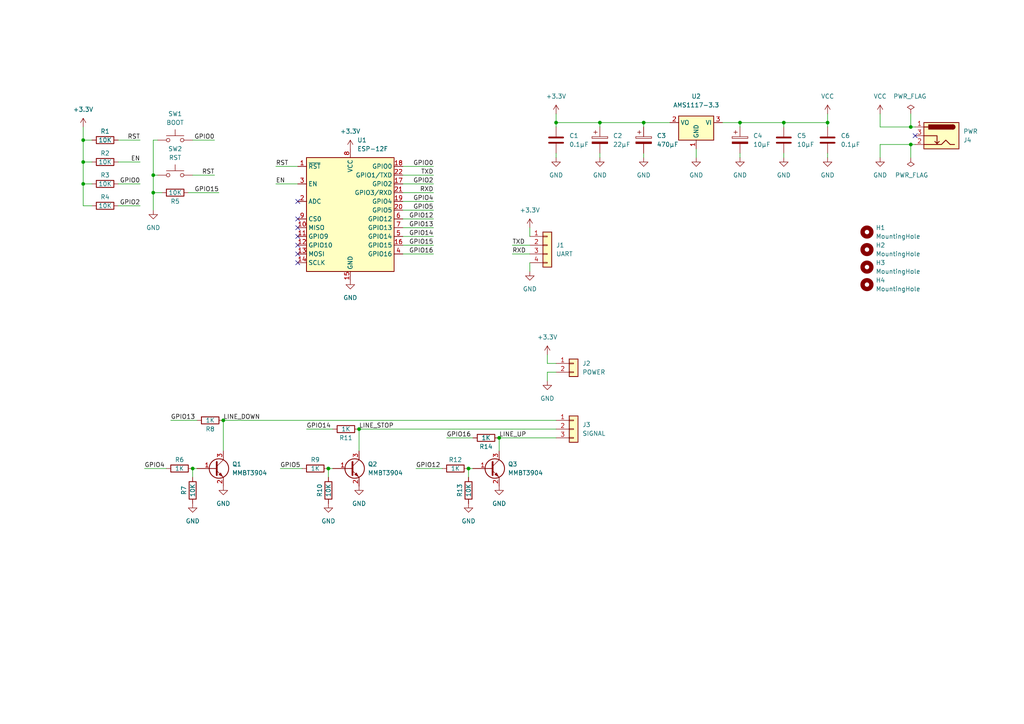
<source format=kicad_sch>
(kicad_sch (version 20230121) (generator eeschema)
  (paper "A4")
  (lib_symbols
    (symbol "Connector:Barrel_Jack_Switch" (pin_names hide)
      (property "Reference" "J" (at 0 5.334 0))
      (property "Value" "Barrel_Jack_Switch" (at 0 -5.08 0))
      (symbol "Barrel_Jack_Switch_0_1"
        (rectangle (start -5.08 3.81) (end 5.08 -3.81) (stroke (width 0.254)) (fill (type background)))
        (arc (start -3.302 3.175) (mid -3.9343 2.54) (end -3.302 1.905) (stroke (width 0.254)))
        (arc (start -3.302 3.175) (mid -3.9343 2.54) (end -3.302 1.905) (stroke (width 0.254)) (fill (type outline)))
        (polyline (pts (xy 1.27 -2.286) (xy 1.905 -1.651)) (stroke (width 0.254)))
        (polyline (pts (xy 5.08 2.54) (xy 3.81 2.54)) (stroke (width 0.254)))
        (polyline (pts (xy 5.08 0) (xy 1.27 0) (xy 1.27 -2.286) (xy 0.635 -1.651)) (stroke (width 0.254)))
        (polyline (pts (xy -3.81 -2.54) (xy -2.54 -2.54) (xy -1.27 -1.27) (xy 0 -2.54) (xy 2.54 -2.54) (xy 5.08 -2.54)) (stroke (width 0.254)))
        (rectangle (start 3.683 3.175) (end -3.302 1.905) (stroke (width 0.254)) (fill (type outline)))
      )
      (symbol "Barrel_Jack_Switch_1_1"
        (pin passive line (at 7.62 2.54 180) (length 2.54) (name "~") (number "1"))
        (pin passive line (at 7.62 -2.54 180) (length 2.54) (name "~") (number "2"))
        (pin passive line (at 7.62 0 180) (length 2.54) (name "~") (number "3"))
      )
    )
    (symbol "Connector_Generic:Conn_01x02" (pin_names (offset 1.016) hide)
      (property "Reference" "J" (at 0 2.54 0))
      (property "Value" "Conn_01x02" (at 0 -5.08 0))
      (symbol "Conn_01x02_1_1"
        (rectangle (start -1.27 -2.413) (end 0 -2.667) (stroke (width 0.1524)))
        (rectangle (start -1.27 0.127) (end 0 -0.127) (stroke (width 0.1524)))
        (rectangle (start -1.27 1.27) (end 1.27 -3.81) (stroke (width 0.254)) (fill (type background)))
        (pin passive line (at -5.08 0 0) (length 3.81) (name "Pin_1") (number "1"))
        (pin passive line (at -5.08 -2.54 0) (length 3.81) (name "Pin_2") (number "2"))
      )
    )
    (symbol "Connector_Generic:Conn_01x03" (pin_names (offset 1.016) hide)
      (property "Reference" "J" (at 0 5.08 0))
      (property "Value" "Conn_01x03" (at 0 -5.08 0))
      (symbol "Conn_01x03_1_1"
        (rectangle (start -1.27 -2.413) (end 0 -2.667) (stroke (width 0.1524)))
        (rectangle (start -1.27 0.127) (end 0 -0.127) (stroke (width 0.1524)))
        (rectangle (start -1.27 2.667) (end 0 2.413) (stroke (width 0.1524)))
        (rectangle (start -1.27 3.81) (end 1.27 -3.81) (stroke (width 0.254)) (fill (type background)))
        (pin passive line (at -5.08 2.54 0) (length 3.81) (name "Pin_1") (number "1"))
        (pin passive line (at -5.08 0 0) (length 3.81) (name "Pin_2") (number "2"))
        (pin passive line (at -5.08 -2.54 0) (length 3.81) (name "Pin_3") (number "3"))
      )
    )
    (symbol "Connector_Generic:Conn_01x04" (pin_names (offset 1.016) hide)
      (property "Reference" "J" (at 0 5.08 0))
      (property "Value" "Conn_01x04" (at 0 -7.62 0))
      (symbol "Conn_01x04_1_1"
        (rectangle (start -1.27 -4.953) (end 0 -5.207) (stroke (width 0.1524)))
        (rectangle (start -1.27 -2.413) (end 0 -2.667) (stroke (width 0.1524)))
        (rectangle (start -1.27 0.127) (end 0 -0.127) (stroke (width 0.1524)))
        (rectangle (start -1.27 2.667) (end 0 2.413) (stroke (width 0.1524)))
        (rectangle (start -1.27 3.81) (end 1.27 -6.35) (stroke (width 0.254)) (fill (type background)))
        (pin passive line (at -5.08 2.54 0) (length 3.81) (name "Pin_1") (number "1"))
        (pin passive line (at -5.08 0 0) (length 3.81) (name "Pin_2") (number "2"))
        (pin passive line (at -5.08 -2.54 0) (length 3.81) (name "Pin_3") (number "3"))
        (pin passive line (at -5.08 -5.08 0) (length 3.81) (name "Pin_4") (number "4"))
      )
    )
    (symbol "Device:C" (pin_numbers hide) (pin_names (offset 0.254))
      (property "Reference" "C" (at 0.635 2.54 0))
      (property "Value" "C" (at 0.635 -2.54 0))
      (symbol "C_0_1"
        (polyline (pts (xy -2.032 -0.762) (xy 2.032 -0.762)) (stroke (width 0.508)))
        (polyline (pts (xy -2.032 0.762) (xy 2.032 0.762)) (stroke (width 0.508)))
      )
      (symbol "C_1_1"
        (pin passive line (at 0 3.81 270) (length 2.794) (name "~") (number "1"))
        (pin passive line (at 0 -3.81 90) (length 2.794) (name "~") (number "2"))
      )
    )
    (symbol "Device:C_Polarized" (pin_numbers hide) (pin_names (offset 0.254))
      (property "Reference" "C" (at 0.635 2.54 0))
      (property "Value" "C_Polarized" (at 0.635 -2.54 0))
      (symbol "C_Polarized_0_1"
        (rectangle (start -2.286 0.508) (end 2.286 1.016))
        (polyline (pts (xy -1.778 2.286) (xy -0.762 2.286)))
        (polyline (pts (xy -1.27 2.794) (xy -1.27 1.778)))
        (rectangle (start 2.286 -0.508) (end -2.286 -1.016) (fill (type outline)))
      )
      (symbol "C_Polarized_1_1"
        (pin passive line (at 0 3.81 270) (length 2.794) (name "~") (number "1"))
        (pin passive line (at 0 -3.81 90) (length 2.794) (name "~") (number "2"))
      )
    )
    (symbol "Device:R" (pin_numbers hide) (pin_names (offset 0))
      (property "Reference" "R" (at 2.032 0 90))
      (property "Value" "R" (at 0 0 90))
      (symbol "R_0_1"
        (rectangle (start -1.016 -2.54) (end 1.016 2.54) (stroke (width 0.254)))
      )
      (symbol "R_1_1"
        (pin passive line (at 0 3.81 270) (length 1.27) (name "~") (number "1"))
        (pin passive line (at 0 -3.81 90) (length 1.27) (name "~") (number "2"))
      )
    )
    (symbol "Mechanical:MountingHole" (pin_names (offset 1.016))
      (property "Reference" "H" (at 0 5.08 0))
      (property "Value" "MountingHole" (at 0 3.175 0))
      (symbol "MountingHole_0_1"
        (circle (center 0 0) (radius 1.27) (stroke (width 1.27)))
      )
    )
    (symbol "RF_Module:ESP-12F"
      (property "Reference" "U" (at -12.7 19.05 0))
      (property "Value" "ESP-12F" (at 12.7 19.05 0))
      (symbol "ESP-12F_0_1"
        (rectangle (start -12.7 17.78) (end 12.7 -15.24) (stroke (width 0.254)) (fill (type background)))
      )
      (symbol "ESP-12F_1_1"
        (pin input line (at -15.24 15.24 0) (length 2.54) (name "~{RST}") (number "1"))
        (pin bidirectional line (at -15.24 -2.54 0) (length 2.54) (name "MISO") (number "10"))
        (pin bidirectional line (at -15.24 -5.08 0) (length 2.54) (name "GPIO9") (number "11"))
        (pin bidirectional line (at -15.24 -7.62 0) (length 2.54) (name "GPIO10") (number "12"))
        (pin bidirectional line (at -15.24 -10.16 0) (length 2.54) (name "MOSI") (number "13"))
        (pin bidirectional line (at -15.24 -12.7 0) (length 2.54) (name "SCLK") (number "14"))
        (pin power_in line (at 0 -17.78 90) (length 2.54) (name "GND") (number "15"))
        (pin bidirectional line (at 15.24 -7.62 180) (length 2.54) (name "GPIO15") (number "16"))
        (pin bidirectional line (at 15.24 10.16 180) (length 2.54) (name "GPIO2") (number "17"))
        (pin bidirectional line (at 15.24 15.24 180) (length 2.54) (name "GPIO0") (number "18"))
        (pin bidirectional line (at 15.24 5.08 180) (length 2.54) (name "GPIO4") (number "19"))
        (pin input line (at -15.24 5.08 0) (length 2.54) (name "ADC") (number "2"))
        (pin bidirectional line (at 15.24 2.54 180) (length 2.54) (name "GPIO5") (number "20"))
        (pin bidirectional line (at 15.24 7.62 180) (length 2.54) (name "GPIO3/RXD") (number "21"))
        (pin bidirectional line (at 15.24 12.7 180) (length 2.54) (name "GPIO1/TXD") (number "22"))
        (pin input line (at -15.24 10.16 0) (length 2.54) (name "EN") (number "3"))
        (pin bidirectional line (at 15.24 -10.16 180) (length 2.54) (name "GPIO16") (number "4"))
        (pin bidirectional line (at 15.24 -5.08 180) (length 2.54) (name "GPIO14") (number "5"))
        (pin bidirectional line (at 15.24 0 180) (length 2.54) (name "GPIO12") (number "6"))
        (pin bidirectional line (at 15.24 -2.54 180) (length 2.54) (name "GPIO13") (number "7"))
        (pin power_in line (at 0 20.32 270) (length 2.54) (name "VCC") (number "8"))
        (pin input line (at -15.24 0 0) (length 2.54) (name "CS0") (number "9"))
      )
    )
    (symbol "Regulator_Linear:AMS1117-3.3"
      (property "Reference" "U" (at -3.81 3.175 0))
      (property "Value" "AMS1117-3.3" (at 0 3.175 0))
      (symbol "AMS1117-3.3_0_1"
        (rectangle (start -5.08 -5.08) (end 5.08 1.905) (stroke (width 0.254)) (fill (type background)))
      )
      (symbol "AMS1117-3.3_1_1"
        (pin power_in line (at 0 -7.62 90) (length 2.54) (name "GND") (number "1"))
        (pin power_out line (at 7.62 0 180) (length 2.54) (name "VO") (number "2"))
        (pin power_in line (at -7.62 0 0) (length 2.54) (name "VI") (number "3"))
      )
    )
    (symbol "Switch:SW_Push" (pin_numbers hide) (pin_names (offset 1.016) hide)
      (property "Reference" "SW" (at 1.27 2.54 0))
      (property "Value" "SW_Push" (at 0 -1.524 0))
      (symbol "SW_Push_0_1"
        (circle (center -2.032 0) (radius 0.508))
        (polyline (pts (xy 0 1.27) (xy 0 3.048)))
        (polyline (pts (xy 2.54 1.27) (xy -2.54 1.27)))
        (circle (center 2.032 0) (radius 0.508))
        (pin passive line (at -5.08 0 0) (length 2.54) (name "1") (number "1"))
        (pin passive line (at 5.08 0 180) (length 2.54) (name "2") (number "2"))
      )
    )
    (symbol "Transistor_BJT:MMBT3904" (pin_names (offset 0) hide)
      (property "Reference" "Q" (at 5.08 1.905 0))
      (property "Value" "MMBT3904" (at 5.08 0 0))
      (symbol "MMBT3904_0_1"
        (polyline (pts (xy 0.635 0.635) (xy 2.54 2.54)))
        (polyline (pts (xy 0.635 -0.635) (xy 2.54 -2.54) (xy 2.54 -2.54)))
        (polyline (pts (xy 0.635 1.905) (xy 0.635 -1.905) (xy 0.635 -1.905)) (stroke (width 0.508)))
        (polyline (pts (xy 1.27 -1.778) (xy 1.778 -1.27) (xy 2.286 -2.286) (xy 1.27 -1.778) (xy 1.27 -1.778)) (fill (type outline)))
        (circle (center 1.27 0) (radius 2.8194) (stroke (width 0.254)))
      )
      (symbol "MMBT3904_1_1"
        (pin input line (at -5.08 0 0) (length 5.715) (name "B") (number "1"))
        (pin passive line (at 2.54 -5.08 90) (length 2.54) (name "E") (number "2"))
        (pin passive line (at 2.54 5.08 270) (length 2.54) (name "C") (number "3"))
      )
    )
    (symbol "power:+3.3V" (power) (pin_names (offset 0))
      (property "Value" "+3.3V" (at 0 3.556 0))
      (symbol "+3.3V_0_1"
        (polyline (pts (xy -0.762 1.27) (xy 0 2.54)))
        (polyline (pts (xy 0 0) (xy 0 2.54)))
        (polyline (pts (xy 0 2.54) (xy 0.762 1.27)))
      )
      (symbol "+3.3V_1_1"
        (pin power_in line (at 0 0 90) (length 0) hide (name "+3.3V") (number "1"))
      )
    )
    (symbol "power:GND" (power) (pin_names (offset 0))
      (property "Value" "GND" (at 0 -3.81 0))
      (symbol "GND_0_1"
        (polyline (pts (xy 0 0) (xy 0 -1.27) (xy 1.27 -1.27) (xy 0 -2.54) (xy -1.27 -1.27) (xy 0 -1.27)))
      )
      (symbol "GND_1_1"
        (pin power_in line (at 0 0 270) (length 0) hide (name "GND") (number "1"))
      )
    )
    (symbol "power:PWR_FLAG" (power) (pin_numbers hide) (pin_names (offset 0) hide)
      (property "Value" "PWR_FLAG" (at 0 3.81 0))
      (symbol "PWR_FLAG_0_0"
        (pin power_out line (at 0 0 90) (length 0) (name "pwr") (number "1"))
      )
      (symbol "PWR_FLAG_0_1"
        (polyline (pts (xy 0 0) (xy 0 1.27) (xy -1.016 1.905) (xy 0 2.54) (xy 1.016 1.905) (xy 0 1.27)))
      )
    )
    (symbol "power:VCC" (power) (pin_names (offset 0))
      (property "Value" "VCC" (at 0 3.81 0))
      (symbol "VCC_0_1"
        (polyline (pts (xy -0.762 1.27) (xy 0 2.54)))
        (polyline (pts (xy 0 0) (xy 0 2.54)))
        (polyline (pts (xy 0 2.54) (xy 0.762 1.27)))
      )
      (symbol "VCC_1_1"
        (pin power_in line (at 0 0 90) (length 0) hide (name "VCC") (number "1"))
      )
    )
  )
  (junction (at 24.13 53.34))
  (junction (at 44.45 55.88))
  (junction (at 186.69 35.56))
  (junction (at 214.63 35.56))
  (junction (at 44.45 50.8))
  (junction (at 144.78 127))
  (junction (at 135.89 135.89))
  (junction (at 264.16 36.83))
  (junction (at 161.29 35.56))
  (junction (at 24.13 40.64))
  (junction (at 240.03 35.56))
  (junction (at 55.88 135.89))
  (junction (at 173.99 35.56))
  (junction (at 24.13 46.99))
  (junction (at 227.33 35.56))
  (junction (at 104.14 124.46))
  (junction (at 64.77 121.92))
  (junction (at 264.16 41.91))
  (junction (at 95.25 135.89))
  (no_connect (at 86.36 68.58))
  (no_connect (at 86.36 73.66))
  (no_connect (at 86.36 71.12))
  (no_connect (at 265.43 39.37))
  (no_connect (at 86.36 63.5))
  (no_connect (at 86.36 58.42))
  (no_connect (at 86.36 66.04))
  (no_connect (at 86.36 76.2))
  (wire (pts (xy 40.64 46.99) (xy 34.29 46.99)))
  (wire (pts (xy 135.89 135.89) (xy 137.16 135.89)))
  (wire (pts (xy 161.29 35.56) (xy 173.99 35.56)))
  (wire (pts (xy 240.03 33.02) (xy 240.03 35.56)))
  (wire (pts (xy 265.43 36.83) (xy 264.16 36.83)))
  (wire (pts (xy 129.54 127) (xy 137.16 127)))
  (wire (pts (xy 161.29 105.41) (xy 158.75 105.41)))
  (wire (pts (xy 255.27 33.02) (xy 255.27 36.83)))
  (wire (pts (xy 264.16 41.91) (xy 264.16 45.72)))
  (wire (pts (xy 255.27 45.72) (xy 255.27 41.91)))
  (wire (pts (xy 135.89 135.89) (xy 135.89 138.43)))
  (wire (pts (xy 40.64 40.64) (xy 34.29 40.64)))
  (wire (pts (xy 158.75 107.95) (xy 158.75 110.49)))
  (wire (pts (xy 186.69 35.56) (xy 194.31 35.56)))
  (wire (pts (xy 54.61 55.88) (xy 63.5 55.88)))
  (wire (pts (xy 80.01 48.26) (xy 86.36 48.26)))
  (wire (pts (xy 227.33 44.45) (xy 227.33 45.72)))
  (wire (pts (xy 255.27 36.83) (xy 264.16 36.83)))
  (wire (pts (xy 214.63 35.56) (xy 227.33 35.56)))
  (wire (pts (xy 24.13 53.34) (xy 24.13 46.99)))
  (wire (pts (xy 240.03 36.83) (xy 240.03 35.56)))
  (wire (pts (xy 120.65 135.89) (xy 128.27 135.89)))
  (wire (pts (xy 125.73 68.58) (xy 116.84 68.58)))
  (wire (pts (xy 161.29 127) (xy 144.78 127)))
  (wire (pts (xy 95.25 135.89) (xy 96.52 135.89)))
  (wire (pts (xy 148.59 73.66) (xy 153.67 73.66)))
  (wire (pts (xy 44.45 60.96) (xy 44.45 55.88)))
  (wire (pts (xy 240.03 44.45) (xy 240.03 45.72)))
  (wire (pts (xy 80.01 53.34) (xy 86.36 53.34)))
  (wire (pts (xy 95.25 135.89) (xy 95.25 138.43)))
  (wire (pts (xy 55.88 135.89) (xy 55.88 138.43)))
  (wire (pts (xy 161.29 35.56) (xy 161.29 33.02)))
  (wire (pts (xy 161.29 44.45) (xy 161.29 45.72)))
  (wire (pts (xy 158.75 105.41) (xy 158.75 102.87)))
  (wire (pts (xy 104.14 124.46) (xy 161.29 124.46)))
  (wire (pts (xy 116.84 55.88) (xy 125.73 55.88)))
  (wire (pts (xy 81.28 135.89) (xy 87.63 135.89)))
  (wire (pts (xy 64.77 121.92) (xy 64.77 130.81)))
  (wire (pts (xy 173.99 35.56) (xy 173.99 36.83)))
  (wire (pts (xy 161.29 36.83) (xy 161.29 35.56)))
  (wire (pts (xy 116.84 60.96) (xy 125.73 60.96)))
  (wire (pts (xy 26.67 46.99) (xy 24.13 46.99)))
  (wire (pts (xy 201.93 43.18) (xy 201.93 45.72)))
  (wire (pts (xy 40.64 59.69) (xy 34.29 59.69)))
  (wire (pts (xy 173.99 44.45) (xy 173.99 45.72)))
  (wire (pts (xy 64.77 121.92) (xy 161.29 121.92)))
  (wire (pts (xy 264.16 41.91) (xy 265.43 41.91)))
  (wire (pts (xy 209.55 35.56) (xy 214.63 35.56)))
  (wire (pts (xy 49.53 121.92) (xy 57.15 121.92)))
  (wire (pts (xy 227.33 35.56) (xy 240.03 35.56)))
  (wire (pts (xy 148.59 71.12) (xy 153.67 71.12)))
  (wire (pts (xy 186.69 44.45) (xy 186.69 45.72)))
  (wire (pts (xy 62.23 40.64) (xy 55.88 40.64)))
  (wire (pts (xy 62.23 50.8) (xy 55.88 50.8)))
  (wire (pts (xy 153.67 78.74) (xy 153.67 76.2)))
  (wire (pts (xy 44.45 40.64) (xy 44.45 50.8)))
  (wire (pts (xy 41.91 135.89) (xy 48.26 135.89)))
  (wire (pts (xy 24.13 36.83) (xy 24.13 40.64)))
  (wire (pts (xy 153.67 66.04) (xy 153.67 68.58)))
  (wire (pts (xy 227.33 35.56) (xy 227.33 36.83)))
  (wire (pts (xy 24.13 59.69) (xy 24.13 53.34)))
  (wire (pts (xy 55.88 135.89) (xy 57.15 135.89)))
  (wire (pts (xy 116.84 48.26) (xy 125.73 48.26)))
  (wire (pts (xy 116.84 63.5) (xy 125.73 63.5)))
  (wire (pts (xy 44.45 50.8) (xy 45.72 50.8)))
  (wire (pts (xy 214.63 44.45) (xy 214.63 45.72)))
  (wire (pts (xy 88.9 124.46) (xy 96.52 124.46)))
  (wire (pts (xy 255.27 41.91) (xy 264.16 41.91)))
  (wire (pts (xy 264.16 33.02) (xy 264.16 36.83)))
  (wire (pts (xy 161.29 107.95) (xy 158.75 107.95)))
  (wire (pts (xy 186.69 35.56) (xy 186.69 36.83)))
  (wire (pts (xy 116.84 58.42) (xy 125.73 58.42)))
  (wire (pts (xy 26.67 59.69) (xy 24.13 59.69)))
  (wire (pts (xy 24.13 40.64) (xy 26.67 40.64)))
  (wire (pts (xy 144.78 127) (xy 144.78 130.81)))
  (wire (pts (xy 125.73 73.66) (xy 116.84 73.66)))
  (wire (pts (xy 24.13 46.99) (xy 24.13 40.64)))
  (wire (pts (xy 45.72 40.64) (xy 44.45 40.64)))
  (wire (pts (xy 26.67 53.34) (xy 24.13 53.34)))
  (wire (pts (xy 44.45 55.88) (xy 44.45 50.8)))
  (wire (pts (xy 116.84 71.12) (xy 125.73 71.12)))
  (wire (pts (xy 173.99 35.56) (xy 186.69 35.56)))
  (wire (pts (xy 125.73 66.04) (xy 116.84 66.04)))
  (wire (pts (xy 116.84 50.8) (xy 125.73 50.8)))
  (wire (pts (xy 214.63 36.83) (xy 214.63 35.56)))
  (wire (pts (xy 44.45 55.88) (xy 46.99 55.88)))
  (wire (pts (xy 104.14 130.81) (xy 104.14 124.46)))
  (wire (pts (xy 116.84 53.34) (xy 125.73 53.34)))
  (wire (pts (xy 40.64 53.34) (xy 34.29 53.34)))
  (label "TXD" (at 148.59 71.12 0))
  (label "GPIO12" (at 125.73 63.5 180))
  (label "GPIO2" (at 40.64 59.69 180))
  (label "TXD" (at 125.73 50.8 180))
  (label "GPIO0" (at 40.64 53.34 180))
  (label "GPIO12" (at 120.65 135.89 0))
  (label "LINE_UP" (at 144.78 127 0))
  (label "GPIO4" (at 41.91 135.89 0))
  (label "RXD" (at 148.59 73.66 0))
  (label "GPIO0" (at 125.73 48.26 180))
  (label "EN" (at 80.01 53.34 0))
  (label "GPIO14" (at 88.9 124.46 0))
  (label "GPIO5" (at 125.73 60.96 180))
  (label "GPIO13" (at 49.53 121.92 0))
  (label "GPIO4" (at 125.73 58.42 180))
  (label "GPIO15" (at 125.73 71.12 180))
  (label "GPIO0" (at 62.23 40.64 180))
  (label "GPIO16" (at 125.73 73.66 180))
  (label "RXD" (at 125.73 55.88 180))
  (label "LINE_DOWN" (at 64.77 121.92 0))
  (label "RST" (at 80.01 48.26 0))
  (label "GPIO15" (at 63.5 55.88 180))
  (label "RST" (at 40.64 40.64 180))
  (label "EN" (at 40.64 46.99 180))
  (label "GPIO5" (at 81.28 135.89 0))
  (label "GPIO16" (at 129.54 127 0))
  (label "RST" (at 62.23 50.8 180))
  (label "LINE_STOP" (at 104.14 124.46 0))
  (label "GPIO13" (at 125.73 66.04 180))
  (label "GPIO2" (at 125.73 53.34 180))
  (label "GPIO14" (at 125.73 68.58 180))
  (symbol (lib_id "Connector_Generic:Conn_01x04") (at 158.75 71.12 0) (unit 1)
    (property "Reference" "J1" (at 161.29 71.1199 0) (effects (justify left)))
    (property "Value" "UART" (at 161.29 73.6599 0) (effects (justify left)))
    (property "Footprint" "Connector_PinHeader_2.54mm:PinHeader_1x04_P2.54mm_Vertical" (effects hide))
  )
  (symbol (lib_id "Switch:SW_Push") (at 50.8 50.8 0) (unit 1)
    (property "Reference" "SW2" (at 50.8 43.18 0))
    (property "Value" "RST" (at 50.8 45.72 0))
    (property "Footprint" "footprints:SW_PTS820" (effects hide))
  )
  (symbol (lib_id "power:PWR_FLAG") (at 264.16 33.02 0) (unit 1)
    (property "Reference" "#FLG01" (effects hide))
    (property "Value" "PWR_FLAG" (at 259.08 27.94 0) (effects (justify left)))
  )
  (symbol (lib_id "power:GND") (at 153.67 78.74 0) (unit 1)
    (property "Reference" "#PWR012" (effects hide))
    (property "Value" "GND" (at 153.67 83.82 0))
  )
  (symbol (lib_id "Device:R") (at 30.48 46.99 270) (mirror x) (unit 1)
    (property "Reference" "R2" (at 30.48 44.45 90))
    (property "Value" "10K" (at 30.48 46.99 90))
    (property "Footprint" "Resistor_SMD:R_0603_1608Metric" (effects hide))
  )
  (symbol (lib_id "power:GND") (at 227.33 45.72 0) (unit 1)
    (property "Reference" "#PWR021" (effects hide))
    (property "Value" "GND" (at 227.33 50.8 0))
  )
  (symbol (lib_id "Device:R") (at 91.44 135.89 270) (mirror x) (unit 1)
    (property "Reference" "R9" (at 91.44 133.35 90))
    (property "Value" "1K" (at 91.44 135.89 90))
    (property "Footprint" "Resistor_SMD:R_0603_1608Metric" (effects hide))
  )
  (symbol (lib_id "power:+3.3V") (at 153.67 66.04 0) (unit 1)
    (property "Reference" "#PWR011" (effects hide))
    (property "Value" "+3.3V" (at 153.67 60.96 0))
  )
  (symbol (lib_id "Device:C") (at 240.03 40.64 180) (unit 1)
    (property "Reference" "C6" (at 243.84 39.3699 0) (effects (justify right)))
    (property "Value" "0.1μF" (at 243.84 41.9099 0) (effects (justify right)))
    (property "Footprint" "Capacitor_SMD:C_0805_2012Metric" (effects hide))
  )
  (symbol (lib_id "Device:R") (at 140.97 127 270) (mirror x) (unit 1)
    (property "Reference" "R14" (at 140.97 129.54 90))
    (property "Value" "1K" (at 140.97 127 90))
    (property "Footprint" "Resistor_SMD:R_0603_1608Metric" (effects hide))
  )
  (symbol (lib_id "Device:R") (at 132.08 135.89 270) (mirror x) (unit 1)
    (property "Reference" "R12" (at 132.08 133.35 90))
    (property "Value" "1K" (at 132.08 135.89 90))
    (property "Footprint" "Resistor_SMD:R_0603_1608Metric" (effects hide))
  )
  (symbol (lib_id "power:GND") (at 64.77 140.97 0) (unit 1)
    (property "Reference" "#PWR04" (effects hide))
    (property "Value" "GND" (at 64.77 146.05 0))
  )
  (symbol (lib_id "Device:R") (at 95.25 142.24 0) (mirror y) (unit 1)
    (property "Reference" "R10" (at 92.71 142.24 90))
    (property "Value" "10K" (at 95.25 142.24 90))
    (property "Footprint" "Resistor_SMD:R_0603_1608Metric" (effects hide))
  )
  (symbol (lib_id "Transistor_BJT:MMBT3904") (at 101.6 135.89 0) (unit 1)
    (property "Reference" "Q2" (at 106.68 134.62 0) (effects (justify left)))
    (property "Value" "MMBT3904" (at 106.68 137.16 0) (effects (justify left)))
    (property "Footprint" "Package_TO_SOT_SMD:SOT-23" (effects hide))
    (property "Datasheet" "https://www.onsemi.com/pdf/datasheet/pzt3904-d.pdf" (effects hide))
    (property "Sim.Device" "NPN" (effects hide))
    (property "Sim.Type" "GUMMELPOON" (effects hide))
    (property "Sim.Pins" "1=C 2=B 3=E" (effects hide))
  )
  (symbol (lib_id "Transistor_BJT:MMBT3904") (at 62.23 135.89 0) (unit 1)
    (property "Reference" "Q1" (at 67.31 134.62 0) (effects (justify left)))
    (property "Value" "MMBT3904" (at 67.31 137.16 0) (effects (justify left)))
    (property "Footprint" "Package_TO_SOT_SMD:SOT-23" (effects hide))
    (property "Datasheet" "https://www.onsemi.com/pdf/datasheet/pzt3904-d.pdf" (effects hide))
    (property "Sim.Device" "NPN" (effects hide))
    (property "Sim.Type" "GUMMELPOON" (effects hide))
    (property "Sim.Pins" "1=C 2=B 3=E" (effects hide))
  )
  (symbol (lib_id "Connector:Barrel_Jack_Switch") (at 273.05 39.37 0) (mirror y) (unit 1)
    (property "Reference" "J4" (at 279.4 40.64 0) (effects (justify right)))
    (property "Value" "PWR" (at 279.4 38.1 0) (effects (justify right)))
    (property "Footprint" "footprints:DC_barrel_jack_2.1mm" (effects hide))
  )
  (symbol (lib_id "power:+3.3V") (at 24.13 36.83 0) (mirror y) (unit 1)
    (property "Reference" "#PWR01" (effects hide))
    (property "Value" "+3.3V" (at 24.13 31.75 0))
  )
  (symbol (lib_id "Device:R") (at 135.89 142.24 0) (mirror y) (unit 1)
    (property "Reference" "R13" (at 133.35 142.24 90))
    (property "Value" "10K" (at 135.89 142.24 90))
    (property "Footprint" "Resistor_SMD:R_0603_1608Metric" (effects hide))
  )
  (symbol (lib_id "Device:C_Polarized") (at 214.63 40.64 0) (unit 1)
    (property "Reference" "C4" (at 218.44 39.37 0) (effects (justify left)))
    (property "Value" "10μF" (at 218.44 41.91 0) (effects (justify left)))
    (property "Footprint" "Capacitor_THT:CP_Radial_D4.0mm_P1.50mm" (effects hide))
  )
  (symbol (lib_id "Device:R") (at 52.07 135.89 270) (mirror x) (unit 1)
    (property "Reference" "R6" (at 52.07 133.35 90))
    (property "Value" "1K" (at 52.07 135.89 90))
    (property "Footprint" "Resistor_SMD:R_0603_1608Metric" (effects hide))
  )
  (symbol (lib_id "power:GND") (at 214.63 45.72 0) (unit 1)
    (property "Reference" "#PWR020" (effects hide))
    (property "Value" "GND" (at 214.63 50.8 0))
  )
  (symbol (lib_id "Device:R") (at 30.48 53.34 270) (mirror x) (unit 1)
    (property "Reference" "R3" (at 30.48 50.8 90))
    (property "Value" "10K" (at 30.48 53.34 90))
    (property "Footprint" "Resistor_SMD:R_0603_1608Metric" (effects hide))
  )
  (symbol (lib_id "power:GND") (at 158.75 110.49 0) (unit 1)
    (property "Reference" "#PWR014" (effects hide))
    (property "Value" "GND" (at 158.75 115.57 0))
  )
  (symbol (lib_id "power:+3.3V") (at 158.75 102.87 0) (unit 1)
    (property "Reference" "#PWR013" (effects hide))
    (property "Value" "+3.3V" (at 158.75 97.79 0))
  )
  (symbol (lib_id "power:GND") (at 104.14 140.97 0) (unit 1)
    (property "Reference" "#PWR08" (effects hide))
    (property "Value" "GND" (at 104.14 146.05 0))
  )
  (symbol (lib_id "Device:C_Polarized") (at 186.69 40.64 0) (unit 1)
    (property "Reference" "C3" (at 190.5 39.37 0) (effects (justify left)))
    (property "Value" "470μF" (at 190.5 41.91 0) (effects (justify left)))
    (property "Footprint" "footprints:CP_Radial_D6.5mm_P2.00mm" (effects hide))
  )
  (symbol (lib_id "Mechanical:MountingHole") (at 251.46 67.31 0) (unit 1)
    (property "Reference" "H1" (at 254 66.0399 0) (effects (justify left)))
    (property "Value" "MountingHole" (at 254 68.5799 0) (effects (justify left)))
    (property "Footprint" "MountingHole:MountingHole_2.2mm_M2" (effects hide))
  )
  (symbol (lib_id "power:GND") (at 101.6 81.28 0) (unit 1)
    (property "Reference" "#PWR07" (effects hide))
    (property "Value" "GND" (at 101.6 86.36 0))
  )
  (symbol (lib_id "power:GND") (at 173.99 45.72 0) (unit 1)
    (property "Reference" "#PWR017" (effects hide))
    (property "Value" "GND" (at 173.99 50.8 0))
  )
  (symbol (lib_id "power:PWR_FLAG") (at 264.16 45.72 180) (unit 1)
    (property "Reference" "#FLG02" (effects hide))
    (property "Value" "PWR_FLAG" (at 269.24 50.8 0) (effects (justify left)))
  )
  (symbol (lib_id "power:VCC") (at 255.27 33.02 0) (unit 1)
    (property "Reference" "#PWR024" (effects hide))
    (property "Value" "VCC" (at 255.27 27.94 0))
  )
  (symbol (lib_id "Mechanical:MountingHole") (at 251.46 82.55 0) (unit 1)
    (property "Reference" "H4" (at 254 81.2799 0) (effects (justify left)))
    (property "Value" "MountingHole" (at 254 83.8199 0) (effects (justify left)))
    (property "Footprint" "MountingHole:MountingHole_2.2mm_M2" (effects hide))
  )
  (symbol (lib_id "power:GND") (at 44.45 60.96 0) (unit 1)
    (property "Reference" "#PWR02" (effects hide))
    (property "Value" "GND" (at 44.45 66.04 0))
  )
  (symbol (lib_id "Device:C_Polarized") (at 173.99 40.64 0) (unit 1)
    (property "Reference" "C2" (at 177.8 39.37 0) (effects (justify left)))
    (property "Value" "22μF" (at 177.8 41.91 0) (effects (justify left)))
    (property "Footprint" "Capacitor_Tantalum_SMD:CP_EIA-3216-10_Kemet-I_Pad1.58x1.35mm_HandSolder" (effects hide))
  )
  (symbol (lib_id "power:+3.3V") (at 101.6 43.18 0) (unit 1)
    (property "Reference" "#PWR06" (effects hide))
    (property "Value" "+3.3V" (at 101.6 38.1 0))
  )
  (symbol (lib_id "Device:C") (at 227.33 40.64 180) (unit 1)
    (property "Reference" "C5" (at 231.14 39.3699 0) (effects (justify right)))
    (property "Value" "10μF" (at 231.14 41.9099 0) (effects (justify right)))
    (property "Footprint" "Capacitor_SMD:C_0805_2012Metric" (effects hide))
  )
  (symbol (lib_id "power:GND") (at 255.27 45.72 0) (unit 1)
    (property "Reference" "#PWR025" (effects hide))
    (property "Value" "GND" (at 255.27 50.8 0))
  )
  (symbol (lib_id "power:GND") (at 186.69 45.72 0) (unit 1)
    (property "Reference" "#PWR018" (effects hide))
    (property "Value" "GND" (at 186.69 50.8 0))
  )
  (symbol (lib_id "Connector_Generic:Conn_01x02") (at 166.37 105.41 0) (unit 1)
    (property "Reference" "J2" (at 168.91 105.41 0) (effects (justify left)))
    (property "Value" "POWER" (at 168.91 107.95 0) (effects (justify left)))
    (property "Footprint" "Connector_JST:JST_XH_S2B-XH-A-1_1x02_P2.50mm_Horizontal" (effects hide))
  )
  (symbol (lib_id "Device:R") (at 50.8 55.88 90) (unit 1)
    (property "Reference" "R5" (at 50.8 58.42 90))
    (property "Value" "10K" (at 50.8 55.88 90))
    (property "Footprint" "Resistor_SMD:R_0603_1608Metric" (effects hide))
  )
  (symbol (lib_id "Mechanical:MountingHole") (at 251.46 72.39 0) (unit 1)
    (property "Reference" "H2" (at 254 71.1199 0) (effects (justify left)))
    (property "Value" "MountingHole" (at 254 73.6599 0) (effects (justify left)))
    (property "Footprint" "MountingHole:MountingHole_2.2mm_M2" (effects hide))
  )
  (symbol (lib_id "RF_Module:ESP-12F") (at 101.6 63.5 0) (unit 1)
    (property "Reference" "U1" (at 103.6194 40.64 0) (effects (justify left)))
    (property "Value" "ESP-12F" (at 103.6194 43.18 0) (effects (justify left)))
    (property "Footprint" "RF_Module:ESP-12E" (effects hide))
    (property "Datasheet" "http://wiki.ai-thinker.com/_media/esp8266/esp8266_series_modules_user_manual_v1.1.pdf" (effects hide))
  )
  (symbol (lib_id "Device:C") (at 161.29 40.64 180) (unit 1)
    (property "Reference" "C1" (at 165.1 39.37 0) (effects (justify right)))
    (property "Value" "0.1μF" (at 165.1 41.9099 0) (effects (justify right)))
    (property "Footprint" "Capacitor_SMD:C_0805_2012Metric" (effects hide))
  )
  (symbol (lib_id "Device:R") (at 55.88 142.24 0) (mirror y) (unit 1)
    (property "Reference" "R7" (at 53.34 142.24 90))
    (property "Value" "10K" (at 55.88 142.24 90))
    (property "Footprint" "Resistor_SMD:R_0603_1608Metric" (effects hide))
  )
  (symbol (lib_id "Switch:SW_Push") (at 50.8 40.64 0) (unit 1)
    (property "Reference" "SW1" (at 50.8 33.02 0))
    (property "Value" "BOOT" (at 50.8 35.56 0))
    (property "Footprint" "footprints:SW_PTS820" (effects hide))
  )
  (symbol (lib_id "Connector_Generic:Conn_01x03") (at 166.37 124.46 0) (unit 1)
    (property "Reference" "J3" (at 168.91 123.19 0) (effects (justify left)))
    (property "Value" "SIGNAL" (at 168.91 125.73 0) (effects (justify left)))
    (property "Footprint" "Connector_JST:JST_XH_S3B-XH-A-1_1x03_P2.50mm_Horizontal" (effects hide))
  )
  (symbol (lib_id "Device:R") (at 100.33 124.46 270) (mirror x) (unit 1)
    (property "Reference" "R11" (at 100.33 127 90))
    (property "Value" "1K" (at 100.33 124.46 90))
    (property "Footprint" "Resistor_SMD:R_0603_1608Metric" (effects hide))
  )
  (symbol (lib_id "Transistor_BJT:MMBT3904") (at 142.24 135.89 0) (unit 1)
    (property "Reference" "Q3" (at 147.32 134.62 0) (effects (justify left)))
    (property "Value" "MMBT3904" (at 147.32 137.16 0) (effects (justify left)))
    (property "Footprint" "Package_TO_SOT_SMD:SOT-23" (effects hide))
    (property "Datasheet" "https://www.onsemi.com/pdf/datasheet/pzt3904-d.pdf" (effects hide))
    (property "Sim.Device" "NPN" (effects hide))
    (property "Sim.Type" "GUMMELPOON" (effects hide))
    (property "Sim.Pins" "1=C 2=B 3=E" (effects hide))
  )
  (symbol (lib_id "power:GND") (at 55.88 146.05 0) (unit 1)
    (property "Reference" "#PWR03" (effects hide))
    (property "Value" "GND" (at 55.88 151.13 0))
  )
  (symbol (lib_id "Mechanical:MountingHole") (at 251.46 77.47 0) (unit 1)
    (property "Reference" "H3" (at 254 76.1999 0) (effects (justify left)))
    (property "Value" "MountingHole" (at 254 78.7399 0) (effects (justify left)))
    (property "Footprint" "MountingHole:MountingHole_2.2mm_M2" (effects hide))
  )
  (symbol (lib_id "Regulator_Linear:AMS1117-3.3") (at 201.93 35.56 0) (mirror y) (unit 1)
    (property "Reference" "U2" (at 201.93 27.94 0))
    (property "Value" "AMS1117-3.3" (at 201.93 30.48 0))
    (property "Footprint" "Package_TO_SOT_SMD:SOT-223-3_TabPin2" (effects hide))
    (property "Datasheet" "http://www.advanced-monolithic.com/pdf/ds1117.pdf" (effects hide))
  )
  (symbol (lib_id "power:GND") (at 161.29 45.72 0) (unit 1)
    (property "Reference" "#PWR016" (effects hide))
    (property "Value" "GND" (at 161.29 50.8 0))
  )
  (symbol (lib_id "Device:R") (at 60.96 121.92 270) (mirror x) (unit 1)
    (property "Reference" "R8" (at 60.96 124.46 90))
    (property "Value" "1K" (at 60.96 121.92 90))
    (property "Footprint" "Resistor_SMD:R_0603_1608Metric" (effects hide))
  )
  (symbol (lib_id "power:GND") (at 144.78 140.97 0) (unit 1)
    (property "Reference" "#PWR010" (effects hide))
    (property "Value" "GND" (at 144.78 146.05 0))
  )
  (symbol (lib_id "Device:R") (at 30.48 59.69 270) (mirror x) (unit 1)
    (property "Reference" "R4" (at 30.48 57.15 90))
    (property "Value" "10K" (at 30.48 59.69 90))
    (property "Footprint" "Resistor_SMD:R_0603_1608Metric" (effects hide))
  )
  (symbol (lib_id "power:GND") (at 240.03 45.72 0) (unit 1)
    (property "Reference" "#PWR023" (effects hide))
    (property "Value" "GND" (at 240.03 50.8 0))
  )
  (symbol (lib_id "power:+3.3V") (at 161.29 33.02 0) (unit 1)
    (property "Reference" "#PWR015" (effects hide))
    (property "Value" "+3.3V" (at 161.29 27.94 0))
  )
  (symbol (lib_id "power:VCC") (at 240.03 33.02 0) (unit 1)
    (property "Reference" "#PWR022" (effects hide))
    (property "Value" "VCC" (at 240.03 27.94 0))
  )
  (symbol (lib_id "power:GND") (at 201.93 45.72 0) (unit 1)
    (property "Reference" "#PWR019" (effects hide))
    (property "Value" "GND" (at 201.93 50.8 0))
  )
  (symbol (lib_id "Device:R") (at 30.48 40.64 270) (mirror x) (unit 1)
    (property "Reference" "R1" (at 30.48 38.1 90))
    (property "Value" "10K" (at 30.48 40.64 90))
    (property "Footprint" "Resistor_SMD:R_0603_1608Metric" (effects hide))
  )
  (symbol (lib_id "power:GND") (at 95.25 146.05 0) (unit 1)
    (property "Reference" "#PWR05" (effects hide))
    (property "Value" "GND" (at 95.25 151.13 0))
  )
  (symbol (lib_id "power:GND") (at 135.89 146.05 0) (unit 1)
    (property "Reference" "#PWR09" (effects hide))
    (property "Value" "GND" (at 135.89 151.13 0))
  )
)
</source>
